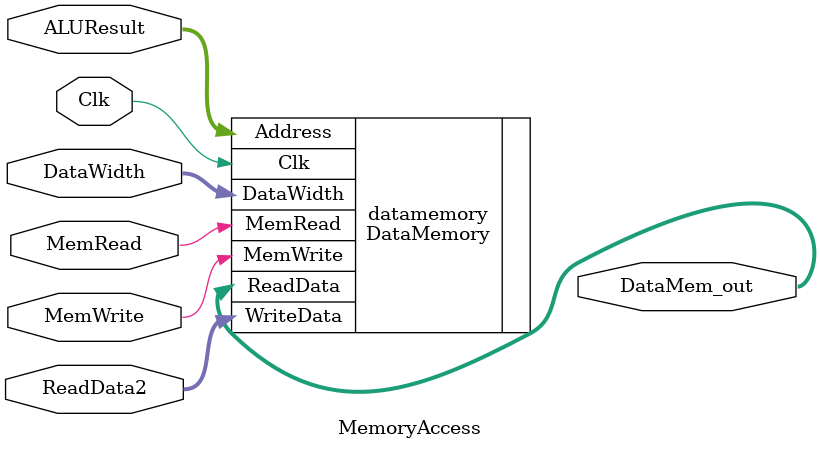
<source format=v>
`timescale 1ns / 1ps



module MemoryAccess(
Clk,
// inputs
MemRead, MemWrite, ALUResult, ReadData2, DataWidth,
//outputs
DataMem_out
);
    input Clk;
    // control signals
    input MemRead, MemWrite;
    input [31:0] ALUResult;
    input [31:0] ReadData2;
    input [1:0] DataWidth;
    
    output [31:0] DataMem_out;
    
    DataMemory datamemory(.Address(ALUResult), .WriteData(ReadData2), .Clk(Clk), 
        .MemWrite(MemWrite), .MemRead(MemRead), .ReadData(DataMem_out),
        .DataWidth(DataWidth)); 

endmodule


</source>
